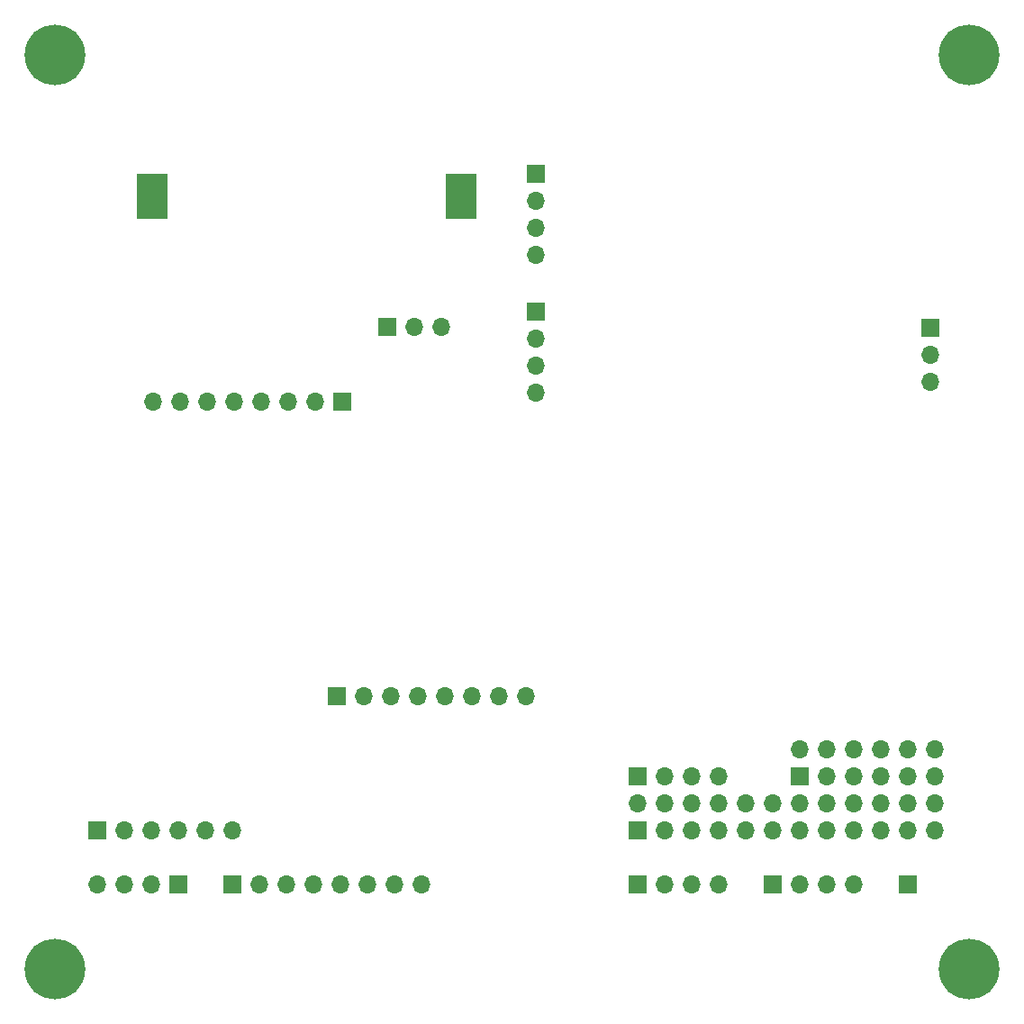
<source format=gbr>
%TF.GenerationSoftware,KiCad,Pcbnew,(5.1.9)-1*%
%TF.CreationDate,2021-03-02T10:58:18+01:00*%
%TF.ProjectId,Midular v2 Proto STM32F407VET6,4d696475-6c61-4722-9076-322050726f74,rev?*%
%TF.SameCoordinates,Original*%
%TF.FileFunction,Soldermask,Bot*%
%TF.FilePolarity,Negative*%
%FSLAX46Y46*%
G04 Gerber Fmt 4.6, Leading zero omitted, Abs format (unit mm)*
G04 Created by KiCad (PCBNEW (5.1.9)-1) date 2021-03-02 10:58:18*
%MOMM*%
%LPD*%
G01*
G04 APERTURE LIST*
%ADD10O,1.700000X1.700000*%
%ADD11R,1.700000X1.700000*%
%ADD12C,5.700000*%
%ADD13R,3.000000X4.200000*%
G04 APERTURE END LIST*
D10*
%TO.C,J21*%
X86740000Y19620000D03*
X86740000Y17080000D03*
X84200000Y19620000D03*
X84200000Y17080000D03*
X81660000Y19620000D03*
X81660000Y17080000D03*
X79120000Y19620000D03*
X79120000Y17080000D03*
X76580000Y19620000D03*
X76580000Y17080000D03*
X74040000Y19620000D03*
X74040000Y17080000D03*
X71500000Y19620000D03*
X71500000Y17080000D03*
X68960000Y19620000D03*
X68960000Y17080000D03*
X66420000Y19620000D03*
X66420000Y17080000D03*
X63880000Y19620000D03*
X63880000Y17080000D03*
X61340000Y19620000D03*
X61340000Y17080000D03*
X58800000Y19620000D03*
D11*
X58800000Y17080000D03*
%TD*%
D10*
%TO.C,J20*%
X86740000Y24700000D03*
X86740000Y22160000D03*
X84200000Y24700000D03*
X84200000Y22160000D03*
X81660000Y24700000D03*
X81660000Y22160000D03*
X79120000Y24700000D03*
X79120000Y22160000D03*
X76580000Y24700000D03*
X76580000Y22160000D03*
X74040000Y24700000D03*
D11*
X74040000Y22160000D03*
%TD*%
D12*
%TO.C,H4*%
X90000000Y4000000D03*
%TD*%
%TO.C,H3*%
X4000000Y4000000D03*
%TD*%
%TO.C,H2*%
X90000000Y90000000D03*
%TD*%
%TO.C,H1*%
X4000000Y90000000D03*
%TD*%
D11*
%TO.C,J18*%
X84200000Y12000000D03*
%TD*%
D10*
%TO.C,J1*%
X86300000Y59220000D03*
X86300000Y61760000D03*
D11*
X86300000Y64300000D03*
%TD*%
D10*
%TO.C,JP3*%
X40380000Y64400000D03*
X37840000Y64400000D03*
D11*
X35300000Y64400000D03*
%TD*%
D10*
%TO.C,J16*%
X20700000Y17080000D03*
X18160000Y17080000D03*
X15620000Y17080000D03*
X13080000Y17080000D03*
X10540000Y17080000D03*
D11*
X8000000Y17080000D03*
%TD*%
D10*
%TO.C,J13*%
X79120000Y12000000D03*
X76580000Y12000000D03*
X74040000Y12000000D03*
D11*
X71500000Y12000000D03*
%TD*%
D10*
%TO.C,J15*%
X48280000Y29650000D03*
X45740000Y29650000D03*
X43200000Y29650000D03*
X40660000Y29650000D03*
X38120000Y29650000D03*
X35580000Y29650000D03*
X33040000Y29650000D03*
D11*
X30500000Y29650000D03*
%TD*%
D10*
%TO.C,J17*%
X8000000Y12000000D03*
X10540000Y12000000D03*
X13080000Y12000000D03*
D11*
X15620000Y12000000D03*
%TD*%
D10*
%TO.C,J14*%
X38480000Y12000000D03*
X35940000Y12000000D03*
X33400000Y12000000D03*
X30860000Y12000000D03*
X28320000Y12000000D03*
X25780000Y12000000D03*
X23240000Y12000000D03*
D11*
X20700000Y12000000D03*
%TD*%
D10*
%TO.C,J12*%
X49200000Y71180000D03*
X49200000Y73720000D03*
X49200000Y76260000D03*
D11*
X49200000Y78800000D03*
%TD*%
D10*
%TO.C,J11*%
X66420000Y22160000D03*
X63880000Y22160000D03*
X61340000Y22160000D03*
D11*
X58800000Y22160000D03*
%TD*%
D10*
%TO.C,J10*%
X66420000Y12000000D03*
X63880000Y12000000D03*
X61340000Y12000000D03*
D11*
X58800000Y12000000D03*
%TD*%
D10*
%TO.C,J9*%
X13220000Y57400000D03*
X15760000Y57400000D03*
X18300000Y57400000D03*
X20840000Y57400000D03*
X23380000Y57400000D03*
X25920000Y57400000D03*
X28460000Y57400000D03*
D11*
X31000000Y57400000D03*
%TD*%
D10*
%TO.C,J8*%
X49200000Y58180000D03*
X49200000Y60720000D03*
X49200000Y63260000D03*
D11*
X49200000Y65800000D03*
%TD*%
D13*
%TO.C,BAT1*%
X13200000Y76700000D03*
X42200000Y76700000D03*
%TD*%
M02*

</source>
